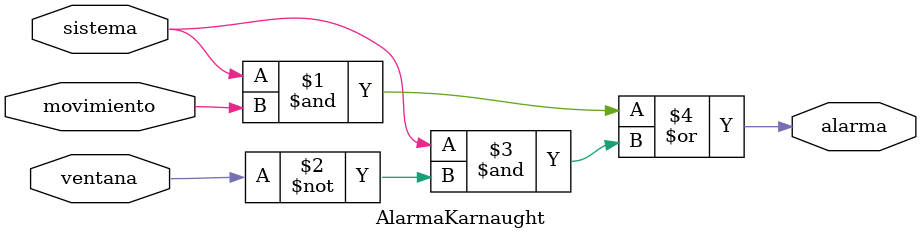
<source format=v>
module AlarmaPOS(input wire sistema, ventana, movimiento, output wire alarma);
    wire w1,w2,w3;
    assign w1 = sistema & ~ventana & movimiento;
    assign w2 = sistema & ~ventana & ~movimiento;
    assign w3 = sistema & ventana  & movimiento;
    assign alarma  = w1 |  w2 | w3 ;
endmodule

module AlarmaSOP(input wire sistema, ventana,movimiento, output wire alarma);
    wire notS,notV,notM;
    wire w1,w2,w3,w4,w5;
    //negaciones
    not N1(notS, sistema);
    not N2(notV, ventana);
    not N3(notM, movimiento);
    //sumas
    or O1(w1,sistema,ventana,movimiento);
    or O2(w2,sistema,ventana,notM);
    or O3(w3,sistema,notV, movimiento);
    or O4(w4,sistema,notV,notM);
    or O5(w5,notS,notV,movimiento);
    //multiplicacion
    and A1(alarma, w1,w2,w3,w4,w5);
endmodule

module AlarmaKarnaught(input wire sistema, ventana,movimiento, output wire alarma);
    assign alarma = (sistema & movimiento) | (sistema & ~ventana);
endmodule
</source>
